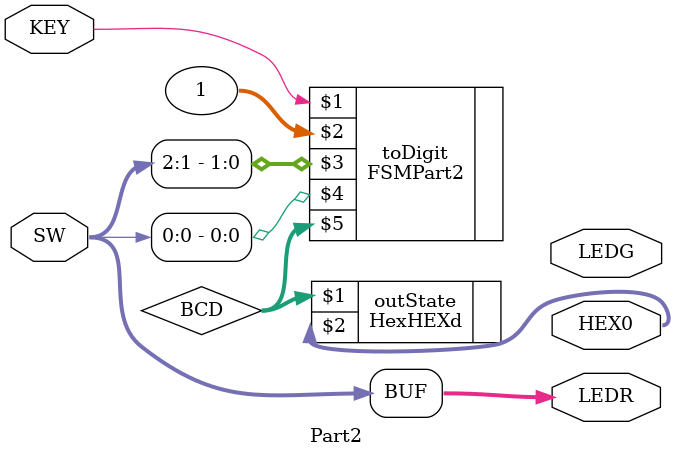
<source format=sv>

/****************************************************************************
 * Part2.sv
 ****************************************************************************/

  
/**
 * Module: Part2
 * 
 * TODO: Add module documentation
 */
module Part2(input [17:0]SW,input [0:0]KEY,output [0:0] LEDG,output [17:0]LEDR,output [0:6] HEX0);

	assign LEDR=SW;
	reg [3:0]BCD;
	FSMPart2 toDigit(KEY, 1, SW[2:1],SW[0],BCD);
	HexHEXd outState(BCD,HEX0);

endmodule



</source>
